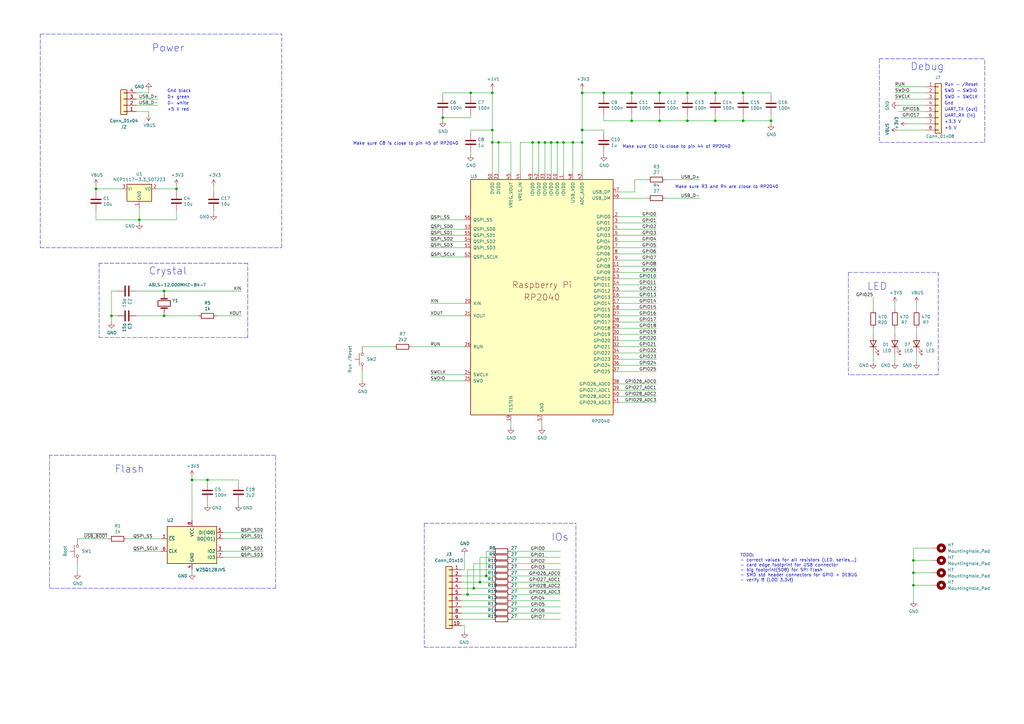
<source format=kicad_sch>
(kicad_sch (version 20211123) (generator eeschema)
  (paper "A3")
  (title_block (title "RP2040 Probe") (date "2020-12-18") (rev "REV1") (company "NOMAGIC"))
  (lib_symbols
    (symbol "Connector_Generic:Conn_01x04" (pin_names (offset 1.016) hide)
      (property "Reference" "J" (at 0 5.08 0))
      (property "Value" "Conn_01x04" (at 0 -7.62 0))
      (symbol "Conn_01x04_1_1"
        (rectangle (start -1.27 -4.953) (end 0 -5.207) (stroke (width 0.1524)))
        (rectangle (start -1.27 -2.413) (end 0 -2.667) (stroke (width 0.1524)))
        (rectangle (start -1.27 0.127) (end 0 -0.127) (stroke (width 0.1524)))
        (rectangle (start -1.27 2.667) (end 0 2.413) (stroke (width 0.1524)))
        (rectangle (start -1.27 3.81) (end 1.27 -6.35) (stroke (width 0.254)) (fill (type background)))
        (pin passive line (at -5.08 2.54 0) (length 3.81) (name "Pin_1") (number "1"))
        (pin passive line (at -5.08 0 0) (length 3.81) (name "Pin_2") (number "2"))
        (pin passive line (at -5.08 -2.54 0) (length 3.81) (name "Pin_3") (number "3"))
        (pin passive line (at -5.08 -5.08 0) (length 3.81) (name "Pin_4") (number "4"))
      )
    )
    (symbol "Connector_Generic:Conn_01x08" (pin_names (offset 1.016) hide)
      (property "Reference" "J" (at 0 10.16 0))
      (property "Value" "Conn_01x08" (at 0 -12.7 0))
      (symbol "Conn_01x08_1_1"
        (rectangle (start -1.27 -10.033) (end 0 -10.287) (stroke (width 0.1524)))
        (rectangle (start -1.27 -7.493) (end 0 -7.747) (stroke (width 0.1524)))
        (rectangle (start -1.27 -4.953) (end 0 -5.207) (stroke (width 0.1524)))
        (rectangle (start -1.27 -2.413) (end 0 -2.667) (stroke (width 0.1524)))
        (rectangle (start -1.27 0.127) (end 0 -0.127) (stroke (width 0.1524)))
        (rectangle (start -1.27 2.667) (end 0 2.413) (stroke (width 0.1524)))
        (rectangle (start -1.27 5.207) (end 0 4.953) (stroke (width 0.1524)))
        (rectangle (start -1.27 7.747) (end 0 7.493) (stroke (width 0.1524)))
        (rectangle (start -1.27 8.89) (end 1.27 -11.43) (stroke (width 0.254)) (fill (type background)))
        (pin passive line (at -5.08 7.62 0) (length 3.81) (name "Pin_1") (number "1"))
        (pin passive line (at -5.08 5.08 0) (length 3.81) (name "Pin_2") (number "2"))
        (pin passive line (at -5.08 2.54 0) (length 3.81) (name "Pin_3") (number "3"))
        (pin passive line (at -5.08 0 0) (length 3.81) (name "Pin_4") (number "4"))
        (pin passive line (at -5.08 -2.54 0) (length 3.81) (name "Pin_5") (number "5"))
        (pin passive line (at -5.08 -5.08 0) (length 3.81) (name "Pin_6") (number "6"))
        (pin passive line (at -5.08 -7.62 0) (length 3.81) (name "Pin_7") (number "7"))
        (pin passive line (at -5.08 -10.16 0) (length 3.81) (name "Pin_8") (number "8"))
      )
    )
    (symbol "Connector_Generic:Conn_01x10" (pin_names (offset 1.016) hide)
      (property "Reference" "J" (at 0 12.7 0))
      (property "Value" "Conn_01x10" (at 0 -15.24 0))
      (symbol "Conn_01x10_1_1"
        (rectangle (start -1.27 -12.573) (end 0 -12.827) (stroke (width 0.1524)))
        (rectangle (start -1.27 -10.033) (end 0 -10.287) (stroke (width 0.1524)))
        (rectangle (start -1.27 -7.493) (end 0 -7.747) (stroke (width 0.1524)))
        (rectangle (start -1.27 -4.953) (end 0 -5.207) (stroke (width 0.1524)))
        (rectangle (start -1.27 -2.413) (end 0 -2.667) (stroke (width 0.1524)))
        (rectangle (start -1.27 0.127) (end 0 -0.127) (stroke (width 0.1524)))
        (rectangle (start -1.27 2.667) (end 0 2.413) (stroke (width 0.1524)))
        (rectangle (start -1.27 5.207) (end 0 4.953) (stroke (width 0.1524)))
        (rectangle (start -1.27 7.747) (end 0 7.493) (stroke (width 0.1524)))
        (rectangle (start -1.27 10.287) (end 0 10.033) (stroke (width 0.1524)))
        (rectangle (start -1.27 11.43) (end 1.27 -13.97) (stroke (width 0.254)) (fill (type background)))
        (pin passive line (at -5.08 10.16 0) (length 3.81) (name "Pin_1") (number "1"))
        (pin passive line (at -5.08 -12.7 0) (length 3.81) (name "Pin_10") (number "10"))
        (pin passive line (at -5.08 7.62 0) (length 3.81) (name "Pin_2") (number "2"))
        (pin passive line (at -5.08 5.08 0) (length 3.81) (name "Pin_3") (number "3"))
        (pin passive line (at -5.08 2.54 0) (length 3.81) (name "Pin_4") (number "4"))
        (pin passive line (at -5.08 0 0) (length 3.81) (name "Pin_5") (number "5"))
        (pin passive line (at -5.08 -2.54 0) (length 3.81) (name "Pin_6") (number "6"))
        (pin passive line (at -5.08 -5.08 0) (length 3.81) (name "Pin_7") (number "7"))
        (pin passive line (at -5.08 -7.62 0) (length 3.81) (name "Pin_8") (number "8"))
        (pin passive line (at -5.08 -10.16 0) (length 3.81) (name "Pin_9") (number "9"))
      )
    )
    (symbol "Device:C" (pin_numbers hide) (pin_names (offset 0.254))
      (property "Reference" "C" (at 0.635 2.54 0))
      (property "Value" "C" (at 0.635 -2.54 0))
      (symbol "C_0_1"
        (polyline (pts (xy -2.032 -0.762) (xy 2.032 -0.762)) (stroke (width 0.508)))
        (polyline (pts (xy -2.032 0.762) (xy 2.032 0.762)) (stroke (width 0.508)))
      )
      (symbol "C_1_1"
        (pin passive line (at 0 3.81 270) (length 2.794) (name "~") (number "1"))
        (pin passive line (at 0 -3.81 90) (length 2.794) (name "~") (number "2"))
      )
    )
    (symbol "Device:Crystal" (pin_numbers hide) (pin_names (offset 1.016) hide)
      (property "Reference" "Y" (at 0 3.81 0))
      (property "Value" "Crystal" (at 0 -3.81 0))
      (symbol "Crystal_0_1"
        (rectangle (start -1.143 2.54) (end 1.143 -2.54) (stroke (width 0.3048)))
        (polyline (pts (xy -2.54 0) (xy -1.905 0)))
        (polyline (pts (xy -1.905 -1.27) (xy -1.905 1.27)) (stroke (width 0.508)))
        (polyline (pts (xy 1.905 -1.27) (xy 1.905 1.27)) (stroke (width 0.508)))
        (polyline (pts (xy 2.54 0) (xy 1.905 0)))
      )
      (symbol "Crystal_1_1"
        (pin passive line (at -3.81 0 0) (length 1.27) (name "1") (number "1"))
        (pin passive line (at 3.81 0 180) (length 1.27) (name "2") (number "2"))
      )
    )
    (symbol "Device:LED" (pin_numbers hide) (pin_names (offset 1.016) hide)
      (property "Reference" "D" (at 0 2.54 0))
      (property "Value" "LED" (at 0 -2.54 0))
      (symbol "LED_0_1"
        (polyline (pts (xy -1.27 -1.27) (xy -1.27 1.27)) (stroke (width 0.254)))
        (polyline (pts (xy -1.27 0) (xy 1.27 0)))
        (polyline (pts (xy 1.27 -1.27) (xy 1.27 1.27) (xy -1.27 0) (xy 1.27 -1.27)) (stroke (width 0.254)))
        (polyline (pts (xy -3.048 -0.762) (xy -4.572 -2.286) (xy -3.81 -2.286) (xy -4.572 -2.286) (xy -4.572 -1.524)))
        (polyline (pts (xy -1.778 -0.762) (xy -3.302 -2.286) (xy -2.54 -2.286) (xy -3.302 -2.286) (xy -3.302 -1.524)))
      )
      (symbol "LED_1_1"
        (pin passive line (at -3.81 0 0) (length 2.54) (name "K") (number "1"))
        (pin passive line (at 3.81 0 180) (length 2.54) (name "A") (number "2"))
      )
    )
    (symbol "Device:R" (pin_numbers hide) (pin_names (offset 0))
      (property "Reference" "R" (at 2.032 0 90))
      (property "Value" "R" (at 0 0 90))
      (symbol "R_0_1"
        (rectangle (start -1.016 -2.54) (end 1.016 2.54) (stroke (width 0.254)))
      )
      (symbol "R_1_1"
        (pin passive line (at 0 3.81 270) (length 1.27) (name "~") (number "1"))
        (pin passive line (at 0 -3.81 90) (length 1.27) (name "~") (number "2"))
      )
    )
    (symbol "MCU_RaspberryPi_RP2040:RP2040" (pin_names (offset 1.016))
      (property "Reference" "U" (at -29.21 49.53 0))
      (property "Value" "RP2040" (at 24.13 -49.53 0))
      (symbol "RP2040_0_0"
        (text "Raspberry Pi" (at 0 5.08 0) (effects (font (size 2.54 2.54))))
        (text "RP2040" (at 0 0 0) (effects (font (size 2.54 2.54))))
      )
      (symbol "RP2040_0_1"
        (rectangle (start 29.21 48.26) (end -29.21 -48.26) (stroke (width 0.254)) (fill (type background)))
      )
      (symbol "RP2040_1_1"
        (pin power_in line (at 8.89 50.8 270) (length 2.54) (name "IOVDD") (number "1"))
        (pin power_in line (at 6.35 50.8 270) (length 2.54) (name "IOVDD") (number "10"))
        (pin bidirectional line (at 31.75 12.7 180) (length 2.54) (name "GPIO8") (number "11"))
        (pin bidirectional line (at 31.75 10.16 180) (length 2.54) (name "GPIO9") (number "12"))
        (pin bidirectional line (at 31.75 7.62 180) (length 2.54) (name "GPIO10") (number "13"))
        (pin bidirectional line (at 31.75 5.08 180) (length 2.54) (name "GPIO11") (number "14"))
        (pin bidirectional line (at 31.75 2.54 180) (length 2.54) (name "GPIO12") (number "15"))
        (pin bidirectional line (at 31.75 0 180) (length 2.54) (name "GPIO13") (number "16"))
        (pin bidirectional line (at 31.75 -2.54 180) (length 2.54) (name "GPIO14") (number "17"))
        (pin bidirectional line (at 31.75 -5.08 180) (length 2.54) (name "GPIO15") (number "18"))
        (pin passive line (at -12.7 -50.8 90) (length 2.54) (name "TESTEN") (number "19"))
        (pin bidirectional line (at 31.75 33.02 180) (length 2.54) (name "GPIO0") (number "2"))
        (pin input line (at -31.75 -2.54 0) (length 2.54) (name "XIN") (number "20"))
        (pin passive line (at -31.75 -7.62 0) (length 2.54) (name "XOUT") (number "21"))
        (pin power_in line (at 3.81 50.8 270) (length 2.54) (name "IOVDD") (number "22"))
        (pin power_in line (at -17.78 50.8 270) (length 2.54) (name "DVDD") (number "23"))
        (pin output line (at -31.75 -31.75 0) (length 2.54) (name "SWCLK") (number "24"))
        (pin bidirectional line (at -31.75 -34.29 0) (length 2.54) (name "SWD") (number "25"))
        (pin input line (at -31.75 -20.32 0) (length 2.54) (name "RUN") (number "26"))
        (pin bidirectional line (at 31.75 -7.62 180) (length 2.54) (name "GPIO16") (number "27"))
        (pin bidirectional line (at 31.75 -10.16 180) (length 2.54) (name "GPIO17") (number "28"))
        (pin bidirectional line (at 31.75 -12.7 180) (length 2.54) (name "GPIO18") (number "29"))
        (pin bidirectional line (at 31.75 30.48 180) (length 2.54) (name "GPIO1") (number "3"))
        (pin bidirectional line (at 31.75 -15.24 180) (length 2.54) (name "GPIO19") (number "30"))
        (pin bidirectional line (at 31.75 -17.78 180) (length 2.54) (name "GPIO20") (number "31"))
        (pin bidirectional line (at 31.75 -20.32 180) (length 2.54) (name "GPIO21") (number "32"))
        (pin power_in line (at 1.27 50.8 270) (length 2.54) (name "IOVDD") (number "33"))
        (pin bidirectional line (at 31.75 -22.86 180) (length 2.54) (name "GPIO22") (number "34"))
        (pin bidirectional line (at 31.75 -25.4 180) (length 2.54) (name "GPIO23") (number "35"))
        (pin bidirectional line (at 31.75 -27.94 180) (length 2.54) (name "GPIO24") (number "36"))
        (pin bidirectional line (at 31.75 -30.48 180) (length 2.54) (name "GPIO25") (number "37"))
        (pin bidirectional line (at 31.75 -35.56 180) (length 2.54) (name "GPIO26_ADC0") (number "38"))
        (pin bidirectional line (at 31.75 -38.1 180) (length 2.54) (name "GPIO27_ADC1") (number "39"))
        (pin bidirectional line (at 31.75 27.94 180) (length 2.54) (name "GPIO2") (number "4"))
        (pin bidirectional line (at 31.75 -40.64 180) (length 2.54) (name "GPIO28_ADC2") (number "40"))
        (pin bidirectional line (at 31.75 -43.18 180) (length 2.54) (name "GPIO29_ADC3") (number "41"))
        (pin power_in line (at -1.27 50.8 270) (length 2.54) (name "IOVDD") (number "42"))
        (pin power_in line (at 16.51 50.8 270) (length 2.54) (name "ADC_AVDD") (number "43"))
        (pin power_in line (at -8.89 50.8 270) (length 2.54) (name "VREG_IN") (number "44"))
        (pin power_out line (at -12.7 50.8 270) (length 2.54) (name "VREG_VOUT") (number "45"))
        (pin bidirectional line (at 31.75 40.64 180) (length 2.54) (name "USB_DM") (number "46"))
        (pin bidirectional line (at 31.75 43.18 180) (length 2.54) (name "USB_DP") (number "47"))
        (pin power_in line (at 12.7 50.8 270) (length 2.54) (name "USB_VDD") (number "48"))
        (pin power_in line (at -3.81 50.8 270) (length 2.54) (name "IOVDD") (number "49"))
        (pin bidirectional line (at 31.75 25.4 180) (length 2.54) (name "GPIO3") (number "5"))
        (pin power_in line (at -20.32 50.8 270) (length 2.54) (name "DVDD") (number "50"))
        (pin bidirectional line (at -31.75 20.32 0) (length 2.54) (name "QSPI_SD3") (number "51"))
        (pin output line (at -31.75 16.51 0) (length 2.54) (name "QSPI_SCLK") (number "52"))
        (pin bidirectional line (at -31.75 27.94 0) (length 2.54) (name "QSPI_SD0") (number "53"))
        (pin bidirectional line (at -31.75 22.86 0) (length 2.54) (name "QSPI_SD2") (number "54"))
        (pin bidirectional line (at -31.75 25.4 0) (length 2.54) (name "QSPI_SD1") (number "55"))
        (pin bidirectional line (at -31.75 31.75 0) (length 2.54) (name "QSPI_SS") (number "56"))
        (pin power_in line (at 0 -50.8 90) (length 2.54) (name "GND") (number "57"))
        (pin bidirectional line (at 31.75 22.86 180) (length 2.54) (name "GPIO4") (number "6"))
        (pin bidirectional line (at 31.75 20.32 180) (length 2.54) (name "GPIO5") (number "7"))
        (pin bidirectional line (at 31.75 17.78 180) (length 2.54) (name "GPIO6") (number "8"))
        (pin bidirectional line (at 31.75 15.24 180) (length 2.54) (name "GPIO7") (number "9"))
      )
    )
    (symbol "Mechanical:MountingHole_Pad" (pin_numbers hide) (pin_names (offset 1.016) hide)
      (property "Reference" "H" (at 0 6.35 0))
      (property "Value" "MountingHole_Pad" (at 0 4.445 0))
      (symbol "MountingHole_Pad_0_1"
        (circle (center 0 1.27) (radius 1.27) (stroke (width 1.27)))
      )
      (symbol "MountingHole_Pad_1_1"
        (pin input line (at 0 -2.54 90) (length 2.54) (name "1") (number "1"))
      )
    )
    (symbol "Memory_Flash:W25Q128JVS"
      (property "Reference" "U" (at -8.89 8.89 0))
      (property "Value" "W25Q128JVS" (at 7.62 8.89 0))
      (symbol "W25Q128JVS_0_1"
        (rectangle (start -10.16 7.62) (end 10.16 -7.62) (stroke (width 0.254)) (fill (type background)))
      )
      (symbol "W25Q128JVS_1_1"
        (pin input line (at -12.7 2.54 0) (length 2.54) (name "~{CS}") (number "1"))
        (pin bidirectional line (at 12.7 2.54 180) (length 2.54) (name "DO(IO1)") (number "2"))
        (pin bidirectional line (at 12.7 -2.54 180) (length 2.54) (name "IO2") (number "3"))
        (pin power_in line (at 0 -10.16 90) (length 2.54) (name "GND") (number "4"))
        (pin bidirectional line (at 12.7 5.08 180) (length 2.54) (name "DI(IO0)") (number "5"))
        (pin input line (at -12.7 -2.54 0) (length 2.54) (name "CLK") (number "6"))
        (pin bidirectional line (at 12.7 -5.08 180) (length 2.54) (name "IO3") (number "7"))
        (pin power_in line (at 0 10.16 270) (length 2.54) (name "VCC") (number "8"))
      )
    )
    (symbol "Regulator_Linear:NCP1117-3.3_SOT223" (pin_names (offset 0.254))
      (property "Reference" "U" (at -3.81 3.175 0))
      (property "Value" "NCP1117-3.3_SOT223" (at 0 3.175 0))
      (symbol "NCP1117-3.3_SOT223_0_1"
        (rectangle (start -5.08 -5.08) (end 5.08 1.905) (stroke (width 0.254)) (fill (type background)))
      )
      (symbol "NCP1117-3.3_SOT223_1_1"
        (pin power_in line (at 0 -7.62 90) (length 2.54) (name "GND") (number "1"))
        (pin power_out line (at 7.62 0 180) (length 2.54) (name "VO") (number "2"))
        (pin power_in line (at -7.62 0 0) (length 2.54) (name "VI") (number "3"))
      )
    )
    (symbol "Switch:SW_Push" (pin_numbers hide) (pin_names (offset 1.016) hide)
      (property "Reference" "SW" (at 1.27 2.54 0))
      (property "Value" "SW_Push" (at 0 -1.524 0))
      (symbol "SW_Push_0_1"
        (circle (center -2.032 0) (radius 0.508))
        (polyline (pts (xy 0 1.27) (xy 0 3.048)))
        (polyline (pts (xy 2.54 1.27) (xy -2.54 1.27)))
        (circle (center 2.032 0) (radius 0.508))
        (pin passive line (at -5.08 0 0) (length 2.54) (name "1") (number "1"))
        (pin passive line (at 5.08 0 180) (length 2.54) (name "2") (number "2"))
      )
    )
    (symbol "power:+1V1" (power) (pin_names (offset 0))
      (property "Value" "+1V1" (at 0 3.556 0))
      (symbol "+1V1_0_1"
        (polyline (pts (xy -0.762 1.27) (xy 0 2.54)))
        (polyline (pts (xy 0 0) (xy 0 2.54)))
        (polyline (pts (xy 0 2.54) (xy 0.762 1.27)))
      )
      (symbol "+1V1_1_1"
        (pin power_in line (at 0 0 90) (length 0) hide (name "+1V1") (number "1"))
      )
    )
    (symbol "power:+3V3" (power) (pin_names (offset 0))
      (property "Value" "+3V3" (at 0 3.556 0))
      (symbol "+3V3_0_1"
        (polyline (pts (xy -0.762 1.27) (xy 0 2.54)))
        (polyline (pts (xy 0 0) (xy 0 2.54)))
        (polyline (pts (xy 0 2.54) (xy 0.762 1.27)))
      )
      (symbol "+3V3_1_1"
        (pin power_in line (at 0 0 90) (length 0) hide (name "+3V3") (number "1"))
      )
    )
    (symbol "power:GND" (power) (pin_names (offset 0))
      (property "Value" "GND" (at 0 -3.81 0))
      (symbol "GND_0_1"
        (polyline (pts (xy 0 0) (xy 0 -1.27) (xy 1.27 -1.27) (xy 0 -2.54) (xy -1.27 -1.27) (xy 0 -1.27)))
      )
      (symbol "GND_1_1"
        (pin power_in line (at 0 0 270) (length 0) hide (name "GND") (number "1"))
      )
    )
    (symbol "power:VBUS" (power) (pin_names (offset 0))
      (property "Value" "VBUS" (at 0 3.81 0))
      (symbol "VBUS_0_1"
        (polyline (pts (xy -0.762 1.27) (xy 0 2.54)))
        (polyline (pts (xy 0 0) (xy 0 2.54)))
        (polyline (pts (xy 0 2.54) (xy 0.762 1.27)))
      )
      (symbol "VBUS_1_1"
        (pin power_in line (at 0 0 90) (length 0) hide (name "VBUS") (number "1"))
      )
    )
  )
  (junction (at 201.93 53.34))
  (junction (at 374.65 240.03))
  (junction (at 247.65 38.1))
  (junction (at 316.23 49.53))
  (junction (at 204.47 58.42))
  (junction (at 220.98 58.42))
  (junction (at 196.85 238.76))
  (junction (at 374.65 234.95))
  (junction (at 191.77 243.84))
  (junction (at 270.51 38.1))
  (junction (at 293.37 38.1))
  (junction (at 293.37 49.53))
  (junction (at 199.39 236.22))
  (junction (at 201.93 38.1))
  (junction (at 238.76 38.1))
  (junction (at 201.93 58.42))
  (junction (at 218.44 58.42))
  (junction (at 270.51 49.53))
  (junction (at 226.06 58.42))
  (junction (at 72.39 77.47))
  (junction (at 67.31 129.54))
  (junction (at 67.31 119.38))
  (junction (at 259.08 38.1))
  (junction (at 181.61 48.26))
  (junction (at 281.94 49.53))
  (junction (at 223.52 58.42))
  (junction (at 231.14 58.42))
  (junction (at 238.76 53.34))
  (junction (at 228.6 58.42))
  (junction (at 57.15 90.17))
  (junction (at 281.94 38.1))
  (junction (at 374.65 229.87))
  (junction (at 85.09 196.85))
  (junction (at 259.08 49.53))
  (junction (at 238.76 58.42))
  (junction (at 194.31 241.3))
  (junction (at 78.74 196.85))
  (junction (at 234.95 58.42))
  (junction (at 304.8 49.53))
  (junction (at 45.72 129.54))
  (junction (at 39.37 77.47))
  (junction (at 304.8 38.1))
  (junction (at 193.04 38.1))
  (wire (pts (xy 72.39 86.36) (xy 72.39 90.17)))
  (wire (pts (xy 259.08 38.1) (xy 270.51 38.1)))
  (wire (pts (xy 209.55 236.22) (xy 229.87 236.22)))
  (wire (pts (xy 259.08 46.99) (xy 259.08 49.53)))
  (wire (pts (xy 209.55 228.6) (xy 229.87 228.6)))
  (wire (pts (xy 48.26 129.54) (xy 45.72 129.54)))
  (wire (pts (xy 72.39 78.74) (xy 72.39 77.47)))
  (wire (pts (xy 304.8 49.53) (xy 293.37 49.53)))
  (wire (pts (xy 254 124.46) (xy 269.24 124.46)))
  (wire (pts (xy 193.04 38.1) (xy 201.93 38.1)))
  (wire (pts (xy 57.15 90.17) (xy 57.15 91.44)))
  (wire (pts (xy 57.15 85.09) (xy 57.15 90.17)))
  (wire (pts (xy 31.75 231.14) (xy 31.75 234.95)))
  (wire (pts (xy 368.3 43.18) (xy 379.73 43.18)))
  (wire (pts (xy 201.93 36.83) (xy 201.93 38.1)))
  (wire (pts (xy 181.61 46.99) (xy 181.61 48.26)))
  (wire (pts (xy 189.23 246.38) (xy 201.93 246.38)))
  (polyline (pts (xy 20.32 186.69) (xy 20.32 241.3)))
  (polyline (pts (xy 16.51 13.97) (xy 115.57 13.97)))
  (wire (pts (xy 201.93 228.6) (xy 196.85 228.6)))
  (wire (pts (xy 190.5 233.68) (xy 190.5 227.33)))
  (wire (pts (xy 189.23 248.92) (xy 201.93 248.92)))
  (wire (pts (xy 254 157.48) (xy 269.24 157.48)))
  (wire (pts (xy 379.73 35.56) (xy 367.03 35.56)))
  (wire (pts (xy 254 104.14) (xy 269.24 104.14)))
  (wire (pts (xy 382.27 224.79) (xy 374.65 224.79)))
  (wire (pts (xy 226.06 58.42) (xy 228.6 58.42)))
  (wire (pts (xy 254 165.1) (xy 269.24 165.1)))
  (wire (pts (xy 55.88 43.18) (xy 64.77 43.18)))
  (wire (pts (xy 254 139.7) (xy 269.24 139.7)))
  (wire (pts (xy 85.09 196.85) (xy 97.79 196.85)))
  (wire (pts (xy 374.65 240.03) (xy 382.27 240.03)))
  (wire (pts (xy 231.14 58.42) (xy 234.95 58.42)))
  (wire (pts (xy 209.55 226.06) (xy 229.87 226.06)))
  (wire (pts (xy 375.92 134.62) (xy 375.92 137.16)))
  (wire (pts (xy 204.47 71.12) (xy 204.47 58.42)))
  (wire (pts (xy 281.94 39.37) (xy 281.94 38.1)))
  (wire (pts (xy 176.53 101.6) (xy 190.5 101.6)))
  (wire (pts (xy 209.55 231.14) (xy 229.87 231.14)))
  (wire (pts (xy 223.52 58.42) (xy 226.06 58.42)))
  (wire (pts (xy 228.6 71.12) (xy 228.6 58.42)))
  (wire (pts (xy 254 119.38) (xy 269.24 119.38)))
  (wire (pts (xy 220.98 58.42) (xy 223.52 58.42)))
  (wire (pts (xy 259.08 39.37) (xy 259.08 38.1)))
  (wire (pts (xy 190.5 90.17) (xy 176.53 90.17)))
  (wire (pts (xy 247.65 54.61) (xy 247.65 53.34)))
  (wire (pts (xy 49.53 77.47) (xy 39.37 77.47)))
  (wire (pts (xy 176.53 124.46) (xy 190.5 124.46)))
  (wire (pts (xy 379.73 40.64) (xy 367.03 40.64)))
  (wire (pts (xy 316.23 46.99) (xy 316.23 49.53)))
  (wire (pts (xy 254 111.76) (xy 269.24 111.76)))
  (wire (pts (xy 55.88 40.64) (xy 64.77 40.64)))
  (wire (pts (xy 39.37 86.36) (xy 39.37 90.17)))
  (wire (pts (xy 85.09 196.85) (xy 78.74 196.85)))
  (wire (pts (xy 281.94 49.53) (xy 270.51 49.53)))
  (wire (pts (xy 254 149.86) (xy 269.24 149.86)))
  (wire (pts (xy 181.61 38.1) (xy 193.04 38.1)))
  (wire (pts (xy 78.74 196.85) (xy 78.74 213.36)))
  (wire (pts (xy 247.65 39.37) (xy 247.65 38.1)))
  (wire (pts (xy 254 91.44) (xy 269.24 91.44)))
  (wire (pts (xy 193.04 53.34) (xy 201.93 53.34)))
  (wire (pts (xy 85.09 205.74) (xy 85.09 207.01)))
  (wire (pts (xy 254 93.98) (xy 269.24 93.98)))
  (wire (pts (xy 189.23 238.76) (xy 196.85 238.76)))
  (wire (pts (xy 91.44 226.06) (xy 107.95 226.06)))
  (wire (pts (xy 304.8 46.99) (xy 304.8 49.53)))
  (wire (pts (xy 374.65 229.87) (xy 374.65 234.95)))
  (polyline (pts (xy 236.22 265.43) (xy 236.22 214.63)))
  (wire (pts (xy 367.03 144.78) (xy 367.03 148.59)))
  (wire (pts (xy 247.65 38.1) (xy 259.08 38.1)))
  (wire (pts (xy 254 147.32) (xy 269.24 147.32)))
  (wire (pts (xy 213.36 71.12) (xy 213.36 58.42)))
  (wire (pts (xy 209.55 251.46) (xy 229.87 251.46)))
  (wire (pts (xy 316.23 49.53) (xy 316.23 50.8)))
  (wire (pts (xy 254 137.16) (xy 269.24 137.16)))
  (polyline (pts (xy 173.99 265.43) (xy 236.22 265.43)))
  (wire (pts (xy 254 127) (xy 269.24 127)))
  (wire (pts (xy 218.44 71.12) (xy 218.44 58.42)))
  (polyline (pts (xy 113.03 186.69) (xy 20.32 186.69)))
  (wire (pts (xy 39.37 78.74) (xy 39.37 77.47)))
  (wire (pts (xy 190.5 129.54) (xy 176.53 129.54)))
  (wire (pts (xy 176.53 99.06) (xy 190.5 99.06)))
  (wire (pts (xy 52.07 220.98) (xy 66.04 220.98)))
  (wire (pts (xy 194.31 231.14) (xy 194.31 241.3)))
  (wire (pts (xy 87.63 76.2) (xy 87.63 78.74)))
  (wire (pts (xy 67.31 120.65) (xy 67.31 119.38)))
  (wire (pts (xy 201.93 58.42) (xy 201.93 71.12)))
  (wire (pts (xy 194.31 241.3) (xy 201.93 241.3)))
  (wire (pts (xy 254 78.74) (xy 260.35 78.74)))
  (wire (pts (xy 189.23 251.46) (xy 201.93 251.46)))
  (wire (pts (xy 379.73 38.1) (xy 367.03 38.1)))
  (wire (pts (xy 367.03 124.46) (xy 367.03 127)))
  (wire (pts (xy 382.27 234.95) (xy 374.65 234.95)))
  (wire (pts (xy 191.77 233.68) (xy 191.77 243.84)))
  (wire (pts (xy 190.5 105.41) (xy 176.53 105.41)))
  (wire (pts (xy 254 88.9) (xy 269.24 88.9)))
  (wire (pts (xy 199.39 226.06) (xy 199.39 236.22)))
  (wire (pts (xy 247.65 46.99) (xy 247.65 49.53)))
  (wire (pts (xy 193.04 54.61) (xy 193.04 53.34)))
  (wire (pts (xy 191.77 243.84) (xy 201.93 243.84)))
  (wire (pts (xy 60.96 38.1) (xy 55.88 38.1)))
  (wire (pts (xy 196.85 238.76) (xy 201.93 238.76)))
  (wire (pts (xy 304.8 49.53) (xy 316.23 49.53)))
  (wire (pts (xy 293.37 39.37) (xy 293.37 38.1)))
  (polyline (pts (xy 16.51 101.6) (xy 115.57 101.6)))
  (wire (pts (xy 375.92 127) (xy 375.92 124.46)))
  (wire (pts (xy 91.44 218.44) (xy 107.95 218.44)))
  (wire (pts (xy 78.74 233.68) (xy 78.74 234.95)))
  (wire (pts (xy 39.37 76.2) (xy 39.37 77.47)))
  (wire (pts (xy 293.37 38.1) (xy 304.8 38.1)))
  (wire (pts (xy 238.76 53.34) (xy 247.65 53.34)))
  (polyline (pts (xy 360.68 24.13) (xy 360.68 58.42)))
  (wire (pts (xy 44.45 220.98) (xy 31.75 220.98)))
  (wire (pts (xy 67.31 128.27) (xy 67.31 129.54)))
  (wire (pts (xy 254 142.24) (xy 269.24 142.24)))
  (wire (pts (xy 260.35 73.66) (xy 260.35 78.74)))
  (wire (pts (xy 367.03 134.62) (xy 367.03 137.16)))
  (wire (pts (xy 201.93 53.34) (xy 201.93 58.42)))
  (polyline (pts (xy 403.86 58.42) (xy 403.86 24.13)))
  (wire (pts (xy 209.55 243.84) (xy 229.87 243.84)))
  (wire (pts (xy 281.94 38.1) (xy 293.37 38.1)))
  (wire (pts (xy 193.04 48.26) (xy 193.04 46.99)))
  (wire (pts (xy 201.93 38.1) (xy 201.93 53.34)))
  (wire (pts (xy 273.05 73.66) (xy 287.02 73.66)))
  (wire (pts (xy 254 152.4) (xy 269.24 152.4)))
  (wire (pts (xy 254 144.78) (xy 269.24 144.78)))
  (polyline (pts (xy 384.81 111.76) (xy 384.81 153.67)))
  (wire (pts (xy 238.76 38.1) (xy 238.76 53.34)))
  (wire (pts (xy 72.39 90.17) (xy 57.15 90.17)))
  (wire (pts (xy 97.79 196.85) (xy 97.79 198.12)))
  (wire (pts (xy 189.23 243.84) (xy 191.77 243.84)))
  (wire (pts (xy 260.35 73.66) (xy 265.43 73.66)))
  (wire (pts (xy 60.96 46.99) (xy 60.96 45.72)))
  (wire (pts (xy 259.08 49.53) (xy 247.65 49.53)))
  (polyline (pts (xy 115.57 101.6) (xy 115.57 13.97)))
  (wire (pts (xy 181.61 48.26) (xy 181.61 49.53)))
  (wire (pts (xy 209.55 238.76) (xy 229.87 238.76)))
  (wire (pts (xy 78.74 195.58) (xy 78.74 196.85)))
  (wire (pts (xy 189.23 233.68) (xy 190.5 233.68)))
  (polyline (pts (xy 101.6 107.95) (xy 40.64 107.95)))
  (wire (pts (xy 88.9 129.54) (xy 99.06 129.54)))
  (polyline (pts (xy 40.64 107.95) (xy 40.64 138.43)))
  (wire (pts (xy 222.25 172.72) (xy 222.25 175.26)))
  (wire (pts (xy 55.88 119.38) (xy 67.31 119.38)))
  (wire (pts (xy 39.37 90.17) (xy 57.15 90.17)))
  (wire (pts (xy 45.72 129.54) (xy 45.72 132.08)))
  (wire (pts (xy 375.92 144.78) (xy 375.92 148.59)))
  (wire (pts (xy 201.93 226.06) (xy 199.39 226.06)))
  (wire (pts (xy 209.55 248.92) (xy 229.87 248.92)))
  (wire (pts (xy 254 160.02) (xy 269.24 160.02)))
  (polyline (pts (xy 173.99 214.63) (xy 236.22 214.63)))
  (wire (pts (xy 254 116.84) (xy 269.24 116.84)))
  (wire (pts (xy 193.04 62.23) (xy 193.04 63.5)))
  (wire (pts (xy 209.55 58.42) (xy 204.47 58.42)))
  (wire (pts (xy 254 106.68) (xy 269.24 106.68)))
  (wire (pts (xy 190.5 156.21) (xy 176.53 156.21)))
  (wire (pts (xy 254 101.6) (xy 269.24 101.6)))
  (wire (pts (xy 234.95 58.42) (xy 238.76 58.42)))
  (wire (pts (xy 196.85 228.6) (xy 196.85 238.76)))
  (wire (pts (xy 64.77 77.47) (xy 72.39 77.47)))
  (wire (pts (xy 368.3 53.34) (xy 379.73 53.34)))
  (wire (pts (xy 254 114.3) (xy 269.24 114.3)))
  (wire (pts (xy 201.93 231.14) (xy 194.31 231.14)))
  (wire (pts (xy 189.23 236.22) (xy 199.39 236.22)))
  (polyline (pts (xy 16.51 13.97) (xy 16.51 101.6)))
  (wire (pts (xy 209.55 71.12) (xy 209.55 58.42)))
  (wire (pts (xy 254 96.52) (xy 269.24 96.52)))
  (wire (pts (xy 316.23 39.37) (xy 316.23 38.1)))
  (wire (pts (xy 270.51 49.53) (xy 259.08 49.53)))
  (wire (pts (xy 60.96 45.72) (xy 55.88 45.72)))
  (wire (pts (xy 254 129.54) (xy 269.24 129.54)))
  (wire (pts (xy 228.6 58.42) (xy 231.14 58.42)))
  (polyline (pts (xy 360.68 24.13) (xy 403.86 24.13)))
  (wire (pts (xy 281.94 46.99) (xy 281.94 49.53)))
  (wire (pts (xy 148.59 152.4) (xy 148.59 156.21)))
  (wire (pts (xy 218.44 58.42) (xy 220.98 58.42)))
  (wire (pts (xy 189.23 241.3) (xy 194.31 241.3)))
  (wire (pts (xy 293.37 49.53) (xy 281.94 49.53)))
  (wire (pts (xy 270.51 46.99) (xy 270.51 49.53)))
  (wire (pts (xy 374.65 224.79) (xy 374.65 229.87)))
  (wire (pts (xy 234.95 71.12) (xy 234.95 58.42)))
  (wire (pts (xy 190.5 153.67) (xy 176.53 153.67)))
  (wire (pts (xy 45.72 119.38) (xy 45.72 129.54)))
  (wire (pts (xy 67.31 129.54) (xy 81.28 129.54)))
  (polyline (pts (xy 360.68 58.42) (xy 403.86 58.42)))
  (polyline (pts (xy 20.32 241.3) (xy 113.03 241.3)))
  (wire (pts (xy 54.61 226.06) (xy 66.04 226.06)))
  (wire (pts (xy 181.61 48.26) (xy 193.04 48.26)))
  (polyline (pts (xy 384.81 153.67) (xy 347.98 153.67)))
  (wire (pts (xy 372.11 50.8) (xy 379.73 50.8)))
  (wire (pts (xy 374.65 246.38) (xy 374.65 240.03)))
  (wire (pts (xy 270.51 39.37) (xy 270.51 38.1)))
  (wire (pts (xy 254 121.92) (xy 269.24 121.92)))
  (wire (pts (xy 67.31 119.38) (xy 99.06 119.38)))
  (wire (pts (xy 97.79 205.74) (xy 97.79 207.01)))
  (wire (pts (xy 176.53 93.98) (xy 190.5 93.98)))
  (wire (pts (xy 358.14 144.78) (xy 358.14 148.59)))
  (wire (pts (xy 247.65 62.23) (xy 247.65 63.5)))
  (polyline (pts (xy 101.6 138.43) (xy 101.6 107.95)))
  (wire (pts (xy 91.44 220.98) (xy 107.95 220.98)))
  (wire (pts (xy 238.76 58.42) (xy 238.76 71.12)))
  (polyline (pts (xy 40.64 138.43) (xy 101.6 138.43)))
  (wire (pts (xy 72.39 77.47) (xy 72.39 76.2)))
  (wire (pts (xy 254 162.56) (xy 269.24 162.56)))
  (wire (pts (xy 254 99.06) (xy 269.24 99.06)))
  (wire (pts (xy 304.8 39.37) (xy 304.8 38.1)))
  (wire (pts (xy 358.14 121.92) (xy 358.14 127)))
  (polyline (pts (xy 347.98 111.76) (xy 347.98 153.67)))
  (wire (pts (xy 369.57 48.26) (xy 379.73 48.26)))
  (wire (pts (xy 189.23 256.54) (xy 190.5 256.54)))
  (polyline (pts (xy 347.98 111.76) (xy 384.81 111.76)))
  (wire (pts (xy 209.55 246.38) (xy 229.87 246.38)))
  (wire (pts (xy 209.55 172.72) (xy 209.55 175.26)))
  (wire (pts (xy 358.14 134.62) (xy 358.14 137.16)))
  (wire (pts (xy 209.55 241.3) (xy 229.87 241.3)))
  (wire (pts (xy 368.3 45.72) (xy 379.73 45.72)))
  (wire (pts (xy 189.23 254) (xy 201.93 254)))
  (wire (pts (xy 181.61 39.37) (xy 181.61 38.1)))
  (wire (pts (xy 293.37 46.99) (xy 293.37 49.53)))
  (wire (pts (xy 254 109.22) (xy 269.24 109.22)))
  (wire (pts (xy 273.05 81.28) (xy 287.02 81.28)))
  (wire (pts (xy 176.53 96.52) (xy 190.5 96.52)))
  (polyline (pts (xy 173.99 214.63) (xy 173.99 265.43)))
  (wire (pts (xy 48.26 119.38) (xy 45.72 119.38)))
  (wire (pts (xy 254 81.28) (xy 265.43 81.28)))
  (wire (pts (xy 87.63 86.36) (xy 87.63 87.63)))
  (wire (pts (xy 254 132.08) (xy 269.24 132.08)))
  (wire (pts (xy 91.44 228.6) (xy 107.95 228.6)))
  (wire (pts (xy 374.65 234.95) (xy 374.65 240.03)))
  (wire (pts (xy 231.14 58.42) (xy 231.14 71.12)))
  (wire (pts (xy 193.04 39.37) (xy 193.04 38.1)))
  (wire (pts (xy 55.88 129.54) (xy 67.31 129.54)))
  (wire (pts (xy 201.93 233.68) (xy 191.77 233.68)))
  (wire (pts (xy 209.55 233.68) (xy 229.87 233.68)))
  (wire (pts (xy 223.52 71.12) (xy 223.52 58.42)))
  (wire (pts (xy 382.27 229.87) (xy 374.65 229.87)))
  (wire (pts (xy 209.55 254) (xy 229.87 254)))
  (wire (pts (xy 238.76 53.34) (xy 238.76 58.42)))
  (wire (pts (xy 199.39 236.22) (xy 201.93 236.22)))
  (wire (pts (xy 226.06 71.12) (xy 226.06 58.42)))
  (wire (pts (xy 85.09 198.12) (xy 85.09 196.85)))
  (wire (pts (xy 304.8 38.1) (xy 316.23 38.1)))
  (wire (pts (xy 60.96 38.1) (xy 60.96 36.83)))
  (wire (pts (xy 190.5 256.54) (xy 190.5 259.08)))
  (wire (pts (xy 220.98 71.12) (xy 220.98 58.42)))
  (wire (pts (xy 238.76 38.1) (xy 247.65 38.1)))
  (wire (pts (xy 213.36 58.42) (xy 218.44 58.42)))
  (wire (pts (xy 238.76 36.83) (xy 238.76 38.1)))
  (wire (pts (xy 204.47 58.42) (xy 201.93 58.42)))
  (wire (pts (xy 270.51 38.1) (xy 281.94 38.1)))
  (wire (pts (xy 254 134.62) (xy 269.24 134.62)))
  (polyline (pts (xy 113.03 241.3) (xy 113.03 186.69)))
  (wire (pts (xy 161.29 142.24) (xy 148.59 142.24)))
  (wire (pts (xy 168.91 142.24) (xy 190.5 142.24)))
  (text "Crystal" (at 60.96 113.03 0) (effects (font (size 3 3)) (justify left bottom)))
  (text "Make sure R3 and R4 are close to RP2040" (at 276.86 77.47 0) (effects (font (size 1.27 1.27)) (justify left bottom)))
  (text "Debug\n" (at 373.38 29.21 0) (effects (font (size 3 3)) (justify left bottom)))
  (text "Flash" (at 46.99 194.31 0) (effects (font (size 3 3)) (justify left bottom)))
  (text "SWD - SWCLK" (at 387.35 40.64 0) (effects (font (size 1.27 1.27)) (justify left bottom)))
  (text "SWD - SWDIO" (at 387.35 38.1 0) (effects (font (size 1.27 1.27)) (justify left bottom)))
  (text "UART_TX (out)" (at 387.35 45.72 0) (effects (font (size 1.27 1.27)) (justify left bottom)))
  (text "IOs" (at 226.06 222.25 0) (effects (font (size 3 3)) (justify left bottom)))
  (text "Make sure C10 is close to pin 44 of RP2040" (at 255.27 60.96 0) (effects (font (size 1.27 1.27)) (justify left bottom)))
  (text "D+ green" (at 68.58 40.64 0) (effects (font (size 1.27 1.27)) (justify left bottom)))
  (text "Gnd" (at 387.35 43.18 0) (effects (font (size 1.27 1.27)) (justify left bottom)))
  (text "Gnd black" (at 68.58 38.1 0) (effects (font (size 1.27 1.27)) (justify left bottom)))
  (text "D- white" (at 68.58 43.18 0) (effects (font (size 1.27 1.27)) (justify left bottom)))
  (text "+3.3 V" (at 387.35 50.8 0) (effects (font (size 1.27 1.27)) (justify left bottom)))
  (text "+5 V red" (at 68.58 45.72 0) (effects (font (size 1.27 1.27)) (justify left bottom)))
  (text "Make sure C8 is close to pin 45 of RP2040" (at 144.78 59.69 0) (effects (font (size 1.27 1.27)) (justify left bottom)))
  (text "UART_RX (in)" (at 387.35 48.26 0) (effects (font (size 1.27 1.27)) (justify left bottom)))
  (text "TODO:\n- correct values for all resistors (LED, series,..)\n- card edge footprint for USB connector\n- big footprint(SO8) for SPI Flash\n- SMD std header connectors for GPIO + DEBUG\n- verify !! (LDO 3.3v!)" (at 303.53 238.76 0) (effects (font (size 1.27 1.27)) (justify left bottom)))
  (text "LED" (at 355.6 119.38 0) (effects (font (size 3 3)) (justify left bottom)))
  (text "Run - /Reset" (at 387.35 35.56 0) (effects (font (size 1.27 1.27)) (justify left bottom)))
  (text "+5 V" (at 387.35 53.34 0) (effects (font (size 1.27 1.27)) (justify left bottom)))
  (text "Power" (at 62.23 21.59 0) (effects (font (size 3 3)) (justify left bottom)))
  (label "GPIO10" (at 269.24 114.3 180))
  (label "GPIO19" (at 269.24 137.16 180))
  (label "GPIO26_ADC0" (at 229.87 236.22 180))
  (label "QSPI_SD1" (at 107.95 220.98 180))
  (label "GPIO14" (at 269.24 124.46 180))
  (label "GPIO16" (at 269.24 129.54 180))
  (label "GPIO24" (at 269.24 149.86 180))
  (label "GPIO2" (at 269.24 93.98 180))
  (label "GPIO22" (at 269.24 144.78 180))
  (label "SWCLK" (at 367.03 40.64 0))
  (label "GPIO16" (at 377.19 45.72 180))
  (label "GPIO8" (at 269.24 109.22 180))
  (label "QSPI_SS" (at 176.53 90.17 0))
  (label "QSPI_SD0" (at 107.95 218.44 180))
  (label "RUN" (at 176.53 142.24 0))
  (label "GPIO2" (at 223.52 231.14 180))
  (label "XOUT" (at 99.06 129.54 180))
  (label "SWDIO" (at 367.03 38.1 0))
  (label "GPIO27_ADC1" (at 229.87 238.76 180))
  (label "GPIO3" (at 269.24 96.52 180))
  (label "QSPI_SD2" (at 107.95 226.06 180))
  (label "GPIO25" (at 358.14 121.92 180))
  (label "GPIO28_ADC2" (at 269.24 162.56 180))
  (label "GPIO3" (at 223.52 233.68 180))
  (label "GPIO13" (at 269.24 121.92 180))
  (label "GPIO6" (at 269.24 104.14 180))
  (label "GPIO23" (at 269.24 147.32 180))
  (label "GPIO5" (at 269.24 101.6 180))
  (label "GPIO27_ADC1" (at 269.24 160.02 180))
  (label "GPIO1" (at 223.52 228.6 180))
  (label "QSPI_SD0" (at 176.53 93.98 0))
  (label "GPIO4" (at 269.24 99.06 180))
  (label "GPIO12" (at 269.24 119.38 180))
  (label "GPIO0" (at 223.52 226.06 180))
  (label "GPIO7" (at 223.52 254 180))
  (label "GPIO6" (at 223.52 251.46 180))
  (label "GPIO17" (at 269.24 132.08 180))
  (label "USB_D+" (at 287.02 73.66 180))
  (label "XOUT" (at 176.53 129.54 0))
  (label "GPIO21" (at 269.24 142.24 180))
  (label "~{USB_BOOT}" (at 34.29 220.98 0))
  (label "QSPI_SD1" (at 176.53 96.52 0))
  (label "GPIO15" (at 269.24 127 180))
  (label "GPIO25" (at 269.24 152.4 180))
  (label "QSPI_SCLK" (at 176.53 105.41 0))
  (label "SWDIO" (at 176.53 156.21 0))
  (label "QSPI_SCLK" (at 54.61 226.06 0))
  (label "GPIO1" (at 269.24 91.44 180))
  (label "QSPI_SD3" (at 107.95 228.6 180))
  (label "GPIO0" (at 269.24 88.9 180))
  (label "GPIO18" (at 269.24 134.62 180))
  (label "GPIO9" (at 269.24 111.76 180))
  (label "USB_D-" (at 287.02 81.28 180))
  (label "SWCLK" (at 176.53 153.67 0))
  (label "GPIO5" (at 223.52 248.92 180))
  (label "XIN" (at 99.06 119.38 180))
  (label "RUN" (at 367.03 35.56 0))
  (label "USB_D+" (at 64.77 40.64 180))
  (label "GPIO26_ADC0" (at 269.24 157.48 180))
  (label "GPIO20" (at 269.24 139.7 180))
  (label "QSPI_SD2" (at 176.53 99.06 0))
  (label "QSPI_SD3" (at 176.53 101.6 0))
  (label "GPIO7" (at 269.24 106.68 180))
  (label "GPIO29_ADC3" (at 229.87 243.84 180))
  (label "QSPI_SS" (at 54.61 220.98 0))
  (label "GPIO17" (at 377.19 48.26 180))
  (label "GPIO29_ADC3" (at 269.24 165.1 180))
  (label "XIN" (at 176.53 124.46 0))
  (label "GPIO11" (at 269.24 116.84 180))
  (label "GPIO4" (at 223.52 246.38 180))
  (label "USB_D-" (at 64.77 43.18 180))
  (label "GPIO28_ADC2" (at 229.87 241.3 180))
  (symbol (lib_id "MCU_RaspberryPi_RP2040:RP2040") (at 222.25 121.92 0) (unit 1)
    (property "Reference" "U3" (at 194.31 72.39 0))
    (property "Value" "RP2040" (at 246.38 172.72 0))
    (property "Footprint" "RP2040_minimal:RP2040-QFN-56" (effects hide))
  )
  (symbol (lib_id "Device:C") (at 52.07 119.38 270) (unit 1)
    (property "Reference" "C2" (at 53.2384 122.301 0) (effects (justify left)))
    (property "Value" "15p" (at 50.927 122.301 0) (effects (justify left)))
    (property "Footprint" "Capacitor_SMD:C_0402_1005Metric" (effects hide))
  )
  (symbol (lib_id "Device:C") (at 52.07 129.54 270) (unit 1)
    (property "Reference" "C3" (at 53.2384 132.461 0) (effects (justify left)))
    (property "Value" "15p" (at 50.927 132.461 0) (effects (justify left)))
    (property "Footprint" "Capacitor_SMD:C_0402_1005Metric" (effects hide))
  )
  (symbol (lib_id "power:GND") (at 45.72 132.08 0) (unit 1)
    (property "Reference" "#PWR06" (effects hide))
    (property "Value" "GND" (at 45.847 136.4742 0))
  )
  (symbol (lib_id "Memory_Flash:W25Q128JVS") (at 78.74 223.52 0) (unit 1)
    (property "Reference" "U2" (at 69.85 213.36 0))
    (property "Value" "W25Q128JVS" (at 86.36 233.68 0))
    (property "Footprint" "Package_SO:SOIC-8_5.23x5.23mm_P1.27mm" (effects hide))
    (property "Datasheet" "http://www.winbond.com/resource-files/w25q128jv_dtr%20revc%2003272018%20plus.pdf" (effects hide))
  )
  (symbol (lib_id "power:+3V3") (at 78.74 195.58 0) (unit 1)
    (property "Reference" "#PWR07" (effects hide))
    (property "Value" "+3V3" (at 79.121 191.1858 0))
  )
  (symbol (lib_id "power:GND") (at 78.74 234.95 0) (unit 1)
    (property "Reference" "#PWR08" (effects hide))
    (property "Value" "GND" (at 74.93 236.22 0))
  )
  (symbol (lib_id "Device:R") (at 48.26 220.98 270) (unit 1)
    (property "Reference" "R1" (at 48.26 215.7222 90))
    (property "Value" "1k" (at 48.26 218.0336 90))
    (property "Footprint" "Capacitor_SMD:C_0402_1005Metric" (effects hide))
  )
  (symbol (lib_id "Device:C") (at 85.09 201.93 0) (unit 1)
    (property "Reference" "C5" (at 88.011 200.7616 0) (effects (justify left)))
    (property "Value" "100n" (at 88.011 203.073 0) (effects (justify left)))
    (property "Footprint" "Capacitor_SMD:C_0402_1005Metric" (effects hide))
  )
  (symbol (lib_id "power:GND") (at 85.09 207.01 0) (unit 1)
    (property "Reference" "#PWR011" (effects hide))
    (property "Value" "GND" (at 88.9 208.28 0))
  )
  (symbol (lib_id "power:GND") (at 222.25 175.26 0) (unit 1)
    (property "Reference" "#PWR016" (effects hide))
    (property "Value" "GND" (at 222.377 179.6542 0))
  )
  (symbol (lib_id "power:GND") (at 209.55 175.26 0) (unit 1)
    (property "Reference" "#PWR015" (effects hide))
    (property "Value" "GND" (at 209.677 179.6542 0))
  )
  (symbol (lib_id "Device:R") (at 269.24 73.66 270) (unit 1)
    (property "Reference" "R3" (at 269.24 68.4022 90))
    (property "Value" "27" (at 269.24 70.7136 90))
    (property "Footprint" "Capacitor_SMD:C_0402_1005Metric" (effects hide))
  )
  (symbol (lib_id "Device:R") (at 269.24 81.28 270) (unit 1)
    (property "Reference" "R4" (at 269.24 76.0222 90))
    (property "Value" "27" (at 269.24 78.3336 90))
    (property "Footprint" "Capacitor_SMD:C_0402_1005Metric" (effects hide))
  )
  (symbol (lib_id "power:GND") (at 190.5 227.33 0) (mirror x) (unit 1)
    (property "Reference" "#PWR020" (effects hide))
    (property "Value" "GND" (at 190.627 222.9358 0))
  )
  (symbol (lib_id "power:+3V3") (at 238.76 36.83 0) (unit 1)
    (property "Reference" "#PWR017" (effects hide))
    (property "Value" "+3V3" (at 239.141 32.4358 0))
  )
  (symbol (lib_id "power:+1V1") (at 201.93 36.83 0) (unit 1)
    (property "Reference" "#PWR014" (effects hide))
    (property "Value" "+1V1" (at 202.311 32.4358 0))
  )
  (symbol (lib_id "Device:C") (at 247.65 43.18 0) (unit 1)
    (property "Reference" "C9" (at 250.571 42.0116 0) (effects (justify left)))
    (property "Value" "100n" (at 250.571 44.323 0) (effects (justify left)))
    (property "Footprint" "Capacitor_SMD:C_0402_1005Metric" (effects hide))
  )
  (symbol (lib_id "Device:C") (at 259.08 43.18 0) (unit 1)
    (property "Reference" "C11" (at 262.001 42.0116 0) (effects (justify left)))
    (property "Value" "100n" (at 262.001 44.323 0) (effects (justify left)))
    (property "Footprint" "Capacitor_SMD:C_0402_1005Metric" (effects hide))
  )
  (symbol (lib_id "Device:C") (at 270.51 43.18 0) (unit 1)
    (property "Reference" "C12" (at 273.431 42.0116 0) (effects (justify left)))
    (property "Value" "100n" (at 273.431 44.323 0) (effects (justify left)))
    (property "Footprint" "Capacitor_SMD:C_0402_1005Metric" (effects hide))
  )
  (symbol (lib_id "Device:C") (at 281.94 43.18 0) (unit 1)
    (property "Reference" "C13" (at 284.861 42.0116 0) (effects (justify left)))
    (property "Value" "100n" (at 284.861 44.323 0) (effects (justify left)))
    (property "Footprint" "Capacitor_SMD:C_0402_1005Metric" (effects hide))
  )
  (symbol (lib_id "Device:C") (at 293.37 43.18 0) (unit 1)
    (property "Reference" "C14" (at 296.291 42.0116 0) (effects (justify left)))
    (property "Value" "100n" (at 296.291 44.323 0) (effects (justify left)))
    (property "Footprint" "Capacitor_SMD:C_0402_1005Metric" (effects hide))
  )
  (symbol (lib_id "Device:C") (at 304.8 43.18 0) (unit 1)
    (property "Reference" "C15" (at 307.721 42.0116 0) (effects (justify left)))
    (property "Value" "100n" (at 307.721 44.323 0) (effects (justify left)))
    (property "Footprint" "Capacitor_SMD:C_0402_1005Metric" (effects hide))
  )
  (symbol (lib_id "Device:C") (at 316.23 43.18 0) (unit 1)
    (property "Reference" "C16" (at 319.151 42.0116 0) (effects (justify left)))
    (property "Value" "100n" (at 319.151 44.323 0) (effects (justify left)))
    (property "Footprint" "Capacitor_SMD:C_0402_1005Metric" (effects hide))
  )
  (symbol (lib_id "Device:C") (at 181.61 43.18 0) (unit 1)
    (property "Reference" "C6" (at 184.531 42.0116 0) (effects (justify left)))
    (property "Value" "100n" (at 184.531 44.323 0) (effects (justify left)))
    (property "Footprint" "Capacitor_SMD:C_0402_1005Metric" (effects hide))
  )
  (symbol (lib_id "Device:C") (at 193.04 43.18 0) (unit 1)
    (property "Reference" "C7" (at 195.961 42.0116 0) (effects (justify left)))
    (property "Value" "100n" (at 195.961 44.323 0) (effects (justify left)))
    (property "Footprint" "Capacitor_SMD:C_0402_1005Metric" (effects hide))
  )
  (symbol (lib_id "Device:C") (at 193.04 58.42 0) (unit 1)
    (property "Reference" "C8" (at 195.961 57.2516 0) (effects (justify left)))
    (property "Value" "1u" (at 195.961 59.563 0) (effects (justify left)))
    (property "Footprint" "Capacitor_SMD:C_0402_1005Metric" (effects hide))
  )
  (symbol (lib_id "Device:C") (at 247.65 58.42 0) (unit 1)
    (property "Reference" "C10" (at 250.571 57.2516 0) (effects (justify left)))
    (property "Value" "1u" (at 250.571 59.563 0) (effects (justify left)))
    (property "Footprint" "Capacitor_SMD:C_0402_1005Metric" (effects hide))
  )
  (symbol (lib_id "power:GND") (at 316.23 50.8 0) (unit 1)
    (property "Reference" "#PWR023" (effects hide))
    (property "Value" "GND" (at 316.357 55.1942 0))
  )
  (symbol (lib_id "power:GND") (at 181.61 49.53 0) (unit 1)
    (property "Reference" "#PWR012" (effects hide))
    (property "Value" "GND" (at 181.737 53.9242 0))
  )
  (symbol (lib_id "power:GND") (at 193.04 63.5 0) (unit 1)
    (property "Reference" "#PWR013" (effects hide))
    (property "Value" "GND" (at 193.167 67.8942 0))
  )
  (symbol (lib_id "power:GND") (at 247.65 63.5 0) (unit 1)
    (property "Reference" "#PWR018" (effects hide))
    (property "Value" "GND" (at 247.777 67.8942 0))
  )
  (symbol (lib_id "Regulator_Linear:NCP1117-3.3_SOT223") (at 57.15 77.47 0) (unit 1)
    (property "Reference" "U1" (at 57.15 71.3232 0))
    (property "Value" "NCP1117-3.3_SOT223" (at 57.15 73.6346 0))
    (property "Footprint" "Package_TO_SOT_SMD:SOT-223-3_TabPin2" (effects hide))
    (property "Datasheet" "http://www.onsemi.com/pub_link/Collateral/NCP1117-D.PDF" (effects hide))
  )
  (symbol (lib_id "power:VBUS") (at 39.37 76.2 0) (unit 1)
    (property "Reference" "#PWR03" (effects hide))
    (property "Value" "VBUS" (at 39.751 71.8058 0))
  )
  (symbol (lib_id "power:GND") (at 57.15 91.44 0) (unit 1)
    (property "Reference" "#PWR05" (effects hide))
    (property "Value" "GND" (at 53.34 92.71 0))
  )
  (symbol (lib_id "power:+3V3") (at 72.39 76.2 0) (unit 1)
    (property "Reference" "#PWR09" (effects hide))
    (property "Value" "+3V3" (at 72.771 71.8058 0))
  )
  (symbol (lib_id "Device:C") (at 39.37 82.55 0) (unit 1)
    (property "Reference" "C1" (at 42.291 81.3816 0) (effects (justify left)))
    (property "Value" "10u" (at 42.291 83.693 0) (effects (justify left)))
    (property "Footprint" "Capacitor_SMD:C_0805_2012Metric" (effects hide))
  )
  (symbol (lib_id "Device:C") (at 72.39 82.55 0) (unit 1)
    (property "Reference" "C4" (at 75.311 81.3816 0) (effects (justify left)))
    (property "Value" "10u" (at 75.311 83.693 0) (effects (justify left)))
    (property "Footprint" "Capacitor_SMD:C_0805_2012Metric" (effects hide))
  )
  (symbol (lib_id "Device:R") (at 85.09 129.54 270) (unit 1)
    (property "Reference" "R5" (at 85.09 124.2822 90))
    (property "Value" "1k" (at 85.09 126.5936 90))
    (property "Footprint" "Capacitor_SMD:C_0402_1005Metric" (effects hide))
  )
  (symbol (lib_id "Device:Crystal") (at 67.31 124.46 270) (unit 1)
    (property "Reference" "Y1" (at 70.6374 123.2916 90) (effects (justify left)))
    (property "Value" "ABLS-12.000MHZ-B4-T" (at 60.96 116.84 90) (effects (justify left)))
    (property "Footprint" "RP2040_minimal:Crystal_SMD_HC49-US" (effects hide))
  )
  (symbol (lib_id "power:+3V3") (at 87.63 76.2 0) (unit 1)
    (property "Reference" "#PWR024" (effects hide))
    (property "Value" "+3V3" (at 88.011 71.8058 0))
  )
  (symbol (lib_id "Device:C") (at 87.63 82.55 0) (unit 1)
    (property "Reference" "C17" (at 90.551 81.3816 0) (effects (justify left)))
    (property "Value" "10u" (at 90.551 83.693 0) (effects (justify left)))
    (property "Footprint" "Capacitor_SMD:C_0805_2012Metric" (effects hide))
  )
  (symbol (lib_id "power:GND") (at 87.63 87.63 0) (unit 1)
    (property "Reference" "#PWR025" (effects hide))
    (property "Value" "GND" (at 83.82 88.9 0))
  )
  (symbol (lib_id "power:GND") (at 31.75 234.95 0) (unit 1)
    (property "Reference" "#PWR02" (effects hide))
    (property "Value" "GND" (at 31.877 239.3442 0))
  )
  (symbol (lib_id "power:GND") (at 375.92 148.59 0) (unit 1)
    (property "Reference" "#PWR?" (effects hide))
    (property "Value" "GND" (at 372.11 149.86 0))
  )
  (symbol (lib_id "Device:R") (at 205.74 233.68 270) (unit 1)
    (property "Reference" "R11" (at 201.93 232.41 90))
    (property "Value" "27" (at 210.82 232.41 90))
    (property "Footprint" "Capacitor_SMD:C_0402_1005Metric" (effects hide))
  )
  (symbol (lib_id "Switch:SW_Push") (at 148.59 147.32 90) (unit 1)
    (property "Reference" "SW2" (at 152.4 147.32 90))
    (property "Value" "Run /Reset" (at 143.51 147.32 0))
  )
  (symbol (lib_id "Switch:SW_Push") (at 31.75 226.06 90) (unit 1)
    (property "Reference" "SW1" (at 35.56 226.06 90))
    (property "Value" "Boot" (at 26.67 226.06 0))
  )
  (symbol (lib_id "Device:LED") (at 358.14 140.97 90) (unit 1)
    (property "Reference" "D1" (at 361.95 141.2874 90) (effects (justify right)))
    (property "Value" "LED" (at 361.95 143.8274 90) (effects (justify right)))
  )
  (symbol (lib_id "Device:LED") (at 367.03 140.97 90) (unit 1)
    (property "Reference" "D?" (at 370.84 141.2874 90) (effects (justify right)))
    (property "Value" "LED" (at 370.84 143.8274 90) (effects (justify right)))
  )
  (symbol (lib_id "Mechanical:MountingHole_Pad") (at 384.81 229.87 270) (unit 1)
    (property "Reference" "H?" (at 388.62 228.5999 90) (effects (justify left)))
    (property "Value" "MountingHole_Pad" (at 388.62 231.1399 90) (effects (justify left)))
  )
  (symbol (lib_id "Device:LED") (at 375.92 140.97 90) (unit 1)
    (property "Reference" "D?" (at 379.73 141.2874 90) (effects (justify right)))
    (property "Value" "LED" (at 379.73 143.8274 90) (effects (justify right)))
  )
  (symbol (lib_id "power:GND") (at 60.96 36.83 0) (mirror x) (unit 1)
    (property "Reference" "#PWR0104" (effects hide))
    (property "Value" "GND" (at 57.15 35.56 0))
  )
  (symbol (lib_id "power:GND") (at 367.03 148.59 0) (unit 1)
    (property "Reference" "#PWR?" (effects hide))
    (property "Value" "GND" (at 363.22 149.86 0))
  )
  (symbol (lib_id "Device:R") (at 205.74 238.76 270) (unit 1)
    (property "Reference" "R17" (at 201.93 237.49 90))
    (property "Value" "27" (at 210.82 237.49 90))
    (property "Footprint" "Capacitor_SMD:C_0402_1005Metric" (effects hide))
  )
  (symbol (lib_id "Device:R") (at 367.03 130.81 180) (unit 1)
    (property "Reference" "R?" (at 370.84 132.2578 0))
    (property "Value" "470" (at 370.84 129.9464 0))
    (property "Footprint" "Capacitor_SMD:C_0402_1005Metric" (effects hide))
  )
  (symbol (lib_id "Mechanical:MountingHole_Pad") (at 384.81 234.95 270) (unit 1)
    (property "Reference" "H?" (at 388.62 233.6799 90) (effects (justify left)))
    (property "Value" "MountingHole_Pad" (at 388.62 236.2199 90) (effects (justify left)))
  )
  (symbol (lib_id "power:VBUS") (at 60.96 46.99 0) (mirror x) (unit 1)
    (property "Reference" "#PWR0105" (effects hide))
    (property "Value" "VBUS" (at 61.341 51.3842 0))
  )
  (symbol (lib_id "Device:R") (at 205.74 228.6 270) (unit 1)
    (property "Reference" "R9" (at 201.93 227.33 90))
    (property "Value" "27" (at 210.82 227.33 90))
    (property "Footprint" "Capacitor_SMD:C_0402_1005Metric" (effects hide))
  )
  (symbol (lib_id "Device:R") (at 205.74 226.06 270) (unit 1)
    (property "Reference" "R8" (at 201.93 224.79 90))
    (property "Value" "27" (at 210.82 224.79 90))
    (property "Footprint" "Capacitor_SMD:C_0402_1005Metric" (effects hide))
  )
  (symbol (lib_id "power:GND") (at 368.3 43.18 270) (unit 1)
    (property "Reference" "#PWR0102" (effects hide))
    (property "Value" "GND" (at 363.9058 43.307 0))
  )
  (symbol (lib_id "Device:R") (at 375.92 130.81 180) (unit 1)
    (property "Reference" "R?" (at 379.73 132.2578 0))
    (property "Value" "470" (at 379.73 129.9464 0))
    (property "Footprint" "Capacitor_SMD:C_0402_1005Metric" (effects hide))
  )
  (symbol (lib_id "Device:R") (at 205.74 243.84 270) (unit 1)
    (property "Reference" "R19" (at 201.93 242.57 90))
    (property "Value" "27" (at 210.82 242.57 90))
    (property "Footprint" "Capacitor_SMD:C_0402_1005Metric" (effects hide))
  )
  (symbol (lib_id "Connector_Generic:Conn_01x08") (at 384.81 43.18 0) (unit 1)
    (property "Reference" "J?" (at 383.54 31.75 0) (effects (justify left)))
    (property "Value" "Conn_01x08" (at 379.73 55.88 0) (effects (justify left)))
  )
  (symbol (lib_id "power:GND") (at 190.5 259.08 0) (mirror y) (unit 1)
    (property "Reference" "#PWR0101" (effects hide))
    (property "Value" "GND" (at 190.373 263.4742 0))
  )
  (symbol (lib_id "Connector_Generic:Conn_01x04") (at 50.8 43.18 180) (unit 1)
    (property "Reference" "J2" (at 50.8 52.07 0))
    (property "Value" "Conn_01x04" (at 50.8 49.53 0))
  )
  (symbol (lib_id "Device:R") (at 205.74 248.92 270) (unit 1)
    (property "Reference" "R13" (at 201.93 247.65 90))
    (property "Value" "27" (at 210.82 247.65 90))
    (property "Footprint" "Capacitor_SMD:C_0402_1005Metric" (effects hide))
  )
  (symbol (lib_id "power:+3V3") (at 372.11 50.8 90) (unit 1)
    (property "Reference" "#PWR?" (effects hide))
    (property "Value" "+3V3" (at 367.7158 50.419 0))
  )
  (symbol (lib_id "power:GND") (at 374.65 246.38 0) (unit 1)
    (property "Reference" "#PWR?" (effects hide))
    (property "Value" "GND" (at 374.777 250.7742 0))
  )
  (symbol (lib_id "power:+3V3") (at 367.03 124.46 0) (unit 1)
    (property "Reference" "#PWR?" (effects hide))
    (property "Value" "+3V3" (at 367.411 120.0658 0))
  )
  (symbol (lib_id "power:VBUS") (at 375.92 124.46 0) (unit 1)
    (property "Reference" "#PWR?" (effects hide))
    (property "Value" "VBUS" (at 376.301 120.0658 0))
  )
  (symbol (lib_id "Mechanical:MountingHole_Pad") (at 384.81 240.03 270) (unit 1)
    (property "Reference" "H?" (at 388.62 238.7599 90) (effects (justify left)))
    (property "Value" "MountingHole_Pad" (at 388.62 241.2999 90) (effects (justify left)))
  )
  (symbol (lib_id "power:GND") (at 97.79 207.01 0) (unit 1)
    (property "Reference" "#PWR0110" (effects hide))
    (property "Value" "GND" (at 101.6 208.28 0))
  )
  (symbol (lib_id "Device:R") (at 205.74 254 270) (unit 1)
    (property "Reference" "R15" (at 201.93 252.73 90))
    (property "Value" "27" (at 210.82 252.73 90))
    (property "Footprint" "Capacitor_SMD:C_0402_1005Metric" (effects hide))
  )
  (symbol (lib_id "Device:R") (at 205.74 231.14 270) (unit 1)
    (property "Reference" "R10" (at 201.93 229.87 90))
    (property "Value" "27" (at 210.82 229.87 90))
    (property "Footprint" "Capacitor_SMD:C_0402_1005Metric" (effects hide))
  )
  (symbol (lib_id "Device:R") (at 358.14 130.81 180) (unit 1)
    (property "Reference" "R20" (at 361.95 132.2578 0))
    (property "Value" "470" (at 361.95 129.9464 0))
    (property "Footprint" "Capacitor_SMD:C_0402_1005Metric" (effects hide))
  )
  (symbol (lib_id "Connector_Generic:Conn_01x10") (at 184.15 243.84 0) (mirror y) (unit 1)
    (property "Reference" "J3" (at 184.15 227.33 0))
    (property "Value" "Conn_01x10" (at 184.15 229.87 0))
  )
  (symbol (lib_id "Device:C") (at 97.79 201.93 0) (unit 1)
    (property "Reference" "C18" (at 100.711 200.7616 0) (effects (justify left)))
    (property "Value" "2u2" (at 100.711 203.073 0) (effects (justify left)))
    (property "Footprint" "Capacitor_SMD:C_0402_1005Metric" (effects hide))
  )
  (symbol (lib_id "power:GND") (at 148.59 156.21 0) (unit 1)
    (property "Reference" "#PWR0109" (effects hide))
    (property "Value" "GND" (at 148.717 160.6042 0))
  )
  (symbol (lib_id "Device:R") (at 205.74 251.46 270) (unit 1)
    (property "Reference" "R14" (at 201.93 250.19 90))
    (property "Value" "27" (at 210.82 250.19 90))
    (property "Footprint" "Capacitor_SMD:C_0402_1005Metric" (effects hide))
  )
  (symbol (lib_id "Mechanical:MountingHole_Pad") (at 384.81 224.79 270) (unit 1)
    (property "Reference" "H?" (at 388.62 223.5199 90) (effects (justify left)))
    (property "Value" "MountingHole_Pad" (at 388.62 226.0599 90) (effects (justify left)))
  )
  (symbol (lib_id "Device:R") (at 205.74 246.38 270) (unit 1)
    (property "Reference" "R12" (at 201.93 245.11 90))
    (property "Value" "27" (at 210.82 245.11 90))
    (property "Footprint" "Capacitor_SMD:C_0402_1005Metric" (effects hide))
  )
  (symbol (lib_id "Device:R") (at 205.74 241.3 270) (unit 1)
    (property "Reference" "R18" (at 201.93 240.03 90))
    (property "Value" "27" (at 210.82 240.03 90))
    (property "Footprint" "Capacitor_SMD:C_0402_1005Metric" (effects hide))
  )
  (symbol (lib_id "Device:R") (at 205.74 236.22 270) (unit 1)
    (property "Reference" "R16" (at 201.93 234.95 90))
    (property "Value" "27" (at 210.82 234.95 90))
    (property "Footprint" "Capacitor_SMD:C_0402_1005Metric" (effects hide))
  )
  (symbol (lib_id "power:GND") (at 358.14 148.59 0) (unit 1)
    (property "Reference" "#PWR0103" (effects hide))
    (property "Value" "GND" (at 354.33 149.86 0))
  )
  (symbol (lib_id "Device:R") (at 165.1 142.24 270) (unit 1)
    (property "Reference" "R7" (at 165.1 136.9822 90))
    (property "Value" "2k2" (at 165.1 139.2936 90))
    (property "Footprint" "Capacitor_SMD:C_0402_1005Metric" (effects hide))
  )
  (symbol (lib_id "power:VBUS") (at 368.3 53.34 90) (unit 1)
    (property "Reference" "#PWR?" (effects hide))
    (property "Value" "VBUS" (at 363.9058 52.959 0))
  )
)
</source>
